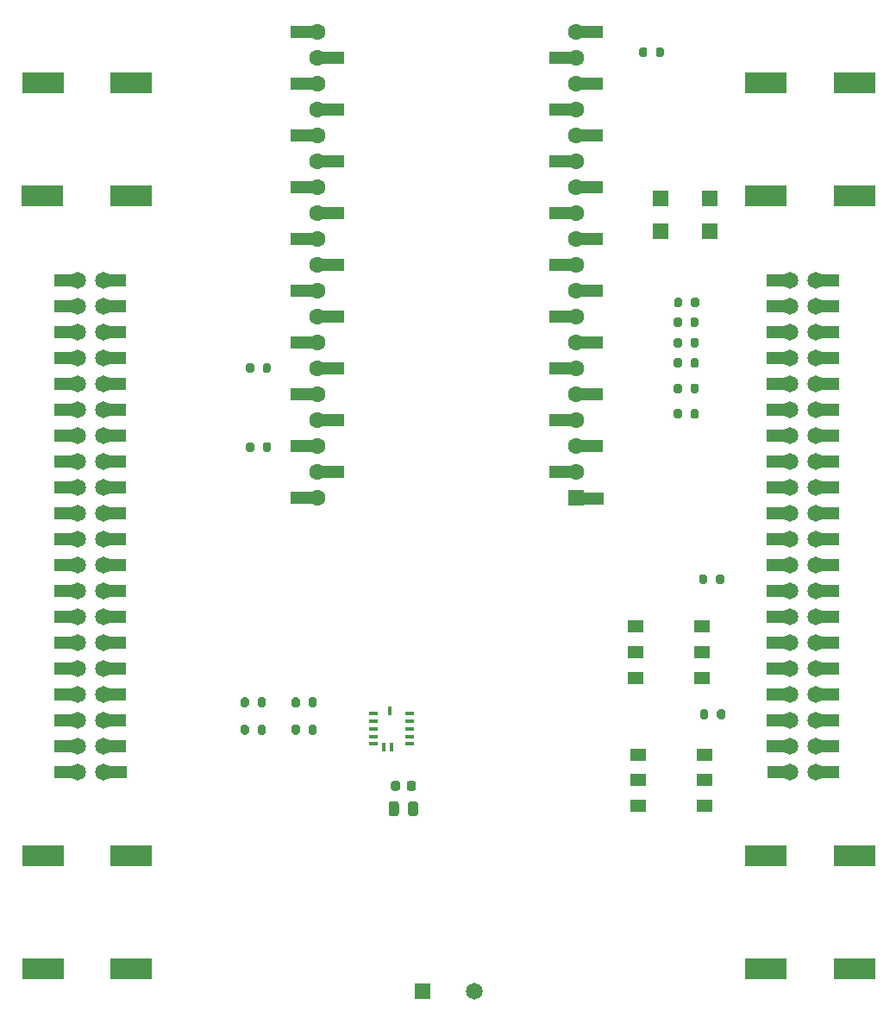
<source format=gbr>
%TF.GenerationSoftware,KiCad,Pcbnew,(5.1.9)-1*%
%TF.CreationDate,2021-12-22T11:22:17-05:00*%
%TF.ProjectId,ESP backpack,45535020-6261-4636-9b70-61636b2e6b69,rev?*%
%TF.SameCoordinates,Original*%
%TF.FileFunction,Soldermask,Top*%
%TF.FilePolarity,Negative*%
%FSLAX46Y46*%
G04 Gerber Fmt 4.6, Leading zero omitted, Abs format (unit mm)*
G04 Created by KiCad (PCBNEW (5.1.9)-1) date 2021-12-22 11:22:17*
%MOMM*%
%LPD*%
G01*
G04 APERTURE LIST*
%ADD10R,4.100000X2.000000*%
%ADD11R,4.099999X2.000000*%
%ADD12C,1.650000*%
%ADD13R,1.650000X1.650000*%
%ADD14R,1.560000X1.560000*%
%ADD15C,1.600000*%
%ADD16R,2.000000X1.200000*%
%ADD17R,2.150000X1.200000*%
%ADD18R,1.500000X1.200000*%
%ADD19R,1.500000X1.500000*%
%ADD20R,1.778000X1.270000*%
%ADD21C,1.651000*%
%ADD22R,0.805000X0.350000*%
%ADD23R,0.400000X0.805000*%
G04 APERTURE END LIST*
D10*
%TO.C,C10*%
X81298800Y-93421200D03*
D11*
X89998800Y-93421200D03*
%TD*%
%TO.C,C9*%
X89998800Y-82346800D03*
D10*
X81298800Y-82346800D03*
%TD*%
%TO.C,C8*%
X19031200Y-93421200D03*
D11*
X10331200Y-93421200D03*
%TD*%
D10*
%TO.C,C7*%
X19031200Y-82346800D03*
D11*
X10331200Y-82346800D03*
%TD*%
D10*
%TO.C,C6*%
X18980400Y-17627600D03*
D11*
X10280400Y-17627600D03*
%TD*%
D10*
%TO.C,C5*%
X19031200Y-6502400D03*
D11*
X10331200Y-6502400D03*
%TD*%
D10*
%TO.C,C4*%
X81298800Y-17627600D03*
D11*
X89998800Y-17627600D03*
%TD*%
D10*
%TO.C,C3*%
X81298800Y-6502400D03*
D11*
X89998800Y-6502400D03*
%TD*%
D12*
%TO.C,5VDC_IN1*%
X52679600Y-95656400D03*
D13*
X47599600Y-95656400D03*
%TD*%
D14*
%TO.C,U1*%
X62700000Y-47260000D03*
D15*
X62700000Y-44720000D03*
X62700000Y-1540000D03*
X62700000Y-42180000D03*
X62700000Y-39640000D03*
X62700000Y-37100000D03*
X62700000Y-34560000D03*
X62700000Y-32020000D03*
X62700000Y-29480000D03*
X62700000Y-26940000D03*
X62700000Y-24400000D03*
X62700000Y-21860000D03*
X62700000Y-19320000D03*
X62700000Y-16780000D03*
X62700000Y-14240000D03*
X62700000Y-11700000D03*
X62700000Y-9160000D03*
X62700000Y-6620000D03*
X62700000Y-4080000D03*
X37300000Y-47260000D03*
X37300000Y-44720000D03*
X37300000Y-42180000D03*
X37300000Y-39640000D03*
X37300000Y-37100000D03*
X37300000Y-34560000D03*
X37300000Y-32020000D03*
X37300000Y-29480000D03*
X37300000Y-26940000D03*
X37300000Y-24400000D03*
X37300000Y-21860000D03*
X37300000Y-19320000D03*
X37300000Y-16780000D03*
X37300000Y-14240000D03*
X37300000Y-11700000D03*
X37300000Y-9160000D03*
X37300000Y-6620000D03*
X37300000Y-4080000D03*
X37300000Y-1540000D03*
D16*
X64400000Y-47300000D03*
D17*
X61100000Y-44725000D03*
X61100000Y-39645000D03*
X61100000Y-34565000D03*
X61100000Y-29485000D03*
X61100000Y-24405000D03*
X61100000Y-19325000D03*
X61100000Y-14245000D03*
X61100000Y-9165000D03*
X61100000Y-4085000D03*
X64300000Y-42175000D03*
X64300000Y-37095000D03*
X64300000Y-32015000D03*
X64300000Y-26935000D03*
X64300000Y-21855000D03*
X64300000Y-16775000D03*
X64300000Y-11695000D03*
X64300000Y-6615000D03*
X64300000Y-1535000D03*
X35700000Y-1550000D03*
X38900000Y-4075000D03*
X38900000Y-9155000D03*
X38900000Y-44715000D03*
X38900000Y-24395000D03*
X35700000Y-6625000D03*
X38900000Y-39635000D03*
X38900000Y-14235000D03*
X38900000Y-19315000D03*
X38900000Y-34555000D03*
X38900000Y-29475000D03*
X35700000Y-26945000D03*
X35700000Y-11705000D03*
X35700000Y-42185000D03*
X35700000Y-21865000D03*
X35700000Y-16785000D03*
X35700000Y-37105000D03*
X35700000Y-47265000D03*
X35700000Y-32025000D03*
%TD*%
D18*
%TO.C,S1*%
X75030400Y-59882400D03*
X75030400Y-62382400D03*
X75030400Y-64882400D03*
X68530400Y-59882400D03*
X68530400Y-62382400D03*
X68530400Y-64882400D03*
%TD*%
D19*
%TO.C,D1*%
X75856000Y-17831000D03*
X75856000Y-21031000D03*
X70956000Y-21031000D03*
X70956000Y-17831000D03*
%TD*%
D20*
%TO.C,J1*%
X12300000Y-74130000D03*
X17700000Y-74130000D03*
D21*
X16270000Y-74130000D03*
X13730000Y-74130000D03*
D20*
X12280000Y-71590000D03*
X17670000Y-71590000D03*
D21*
X16270000Y-71590000D03*
X13730000Y-71590000D03*
D20*
X12280000Y-69050000D03*
X17670000Y-69050000D03*
D21*
X16270000Y-69050000D03*
X13730000Y-69050000D03*
D20*
X12280000Y-66510000D03*
X17670000Y-66510000D03*
D21*
X16270000Y-66510000D03*
X13730000Y-66510000D03*
D20*
X12280000Y-63970000D03*
X17670000Y-63970000D03*
D21*
X16270000Y-63970000D03*
X13730000Y-63970000D03*
D20*
X12280000Y-61430000D03*
X17670000Y-61430000D03*
D21*
X16270000Y-61430000D03*
X13730000Y-61430000D03*
D20*
X12280000Y-58890000D03*
X17670000Y-58890000D03*
D21*
X16270000Y-58890000D03*
X13730000Y-58890000D03*
D20*
X12280000Y-56350000D03*
X17670000Y-56350000D03*
D21*
X16270000Y-56350000D03*
X13730000Y-56350000D03*
D20*
X12280000Y-53810000D03*
X17670000Y-53810000D03*
D21*
X16270000Y-53810000D03*
X13730000Y-53810000D03*
D20*
X12280000Y-51270000D03*
X17670000Y-51270000D03*
D21*
X16270000Y-51270000D03*
X13730000Y-51270000D03*
D20*
X12280000Y-48730000D03*
X17670000Y-48730000D03*
D21*
X16270000Y-48730000D03*
X13730000Y-48730000D03*
D20*
X12280000Y-46190000D03*
X17670000Y-46190000D03*
D21*
X16270000Y-46190000D03*
X13730000Y-46190000D03*
D20*
X12280000Y-43650000D03*
X17670000Y-43650000D03*
D21*
X16270000Y-43650000D03*
X13730000Y-43650000D03*
D20*
X12280000Y-41110000D03*
X17670000Y-41110000D03*
D21*
X16270000Y-41110000D03*
X13730000Y-41110000D03*
D20*
X12280000Y-38570000D03*
X17670000Y-38570000D03*
D21*
X16270000Y-38570000D03*
X13730000Y-38570000D03*
D20*
X12280000Y-36030000D03*
X17670000Y-36030000D03*
D21*
X16270000Y-36030000D03*
X13730000Y-36030000D03*
D20*
X12280000Y-33490000D03*
X17670000Y-33490000D03*
D21*
X16270000Y-33490000D03*
X13730000Y-33490000D03*
D20*
X12280000Y-30950000D03*
X17670000Y-30950000D03*
D21*
X16270000Y-30950000D03*
X13730000Y-30950000D03*
D20*
X12280000Y-28410000D03*
X17670000Y-28410000D03*
D21*
X16270000Y-28410000D03*
X13730000Y-28410000D03*
D20*
X12280000Y-25870000D03*
X17670000Y-25870000D03*
D21*
X16270000Y-25870000D03*
X13730000Y-25870000D03*
%TD*%
%TO.C,J2*%
X83730000Y-25870000D03*
X86270000Y-25870000D03*
D20*
X87670000Y-25870000D03*
X82280000Y-25870000D03*
D21*
X83730000Y-28410000D03*
X86270000Y-28410000D03*
D20*
X87670000Y-28410000D03*
X82280000Y-28410000D03*
D21*
X83730000Y-30950000D03*
X86270000Y-30950000D03*
D20*
X87670000Y-30950000D03*
X82280000Y-30950000D03*
D21*
X83730000Y-33490000D03*
X86270000Y-33490000D03*
D20*
X87670000Y-33490000D03*
X82280000Y-33490000D03*
D21*
X83730000Y-36030000D03*
X86270000Y-36030000D03*
D20*
X87670000Y-36030000D03*
X82280000Y-36030000D03*
D21*
X83730000Y-38570000D03*
X86270000Y-38570000D03*
D20*
X87670000Y-38570000D03*
X82280000Y-38570000D03*
D21*
X83730000Y-41110000D03*
X86270000Y-41110000D03*
D20*
X87670000Y-41110000D03*
X82280000Y-41110000D03*
D21*
X83730000Y-43650000D03*
X86270000Y-43650000D03*
D20*
X87670000Y-43650000D03*
X82280000Y-43650000D03*
D21*
X83730000Y-46190000D03*
X86270000Y-46190000D03*
D20*
X87670000Y-46190000D03*
X82280000Y-46190000D03*
D21*
X83730000Y-48730000D03*
X86270000Y-48730000D03*
D20*
X87670000Y-48730000D03*
X82280000Y-48730000D03*
D21*
X83730000Y-51270000D03*
X86270000Y-51270000D03*
D20*
X87670000Y-51270000D03*
X82280000Y-51270000D03*
D21*
X83730000Y-53810000D03*
X86270000Y-53810000D03*
D20*
X87670000Y-53810000D03*
X82280000Y-53810000D03*
D21*
X83730000Y-56350000D03*
X86270000Y-56350000D03*
D20*
X87670000Y-56350000D03*
X82280000Y-56350000D03*
D21*
X83730000Y-58890000D03*
X86270000Y-58890000D03*
D20*
X87670000Y-58890000D03*
X82280000Y-58890000D03*
D21*
X83730000Y-61430000D03*
X86270000Y-61430000D03*
D20*
X87670000Y-61430000D03*
X82280000Y-61430000D03*
D21*
X83730000Y-63970000D03*
X86270000Y-63970000D03*
D20*
X87670000Y-63970000D03*
X82280000Y-63970000D03*
D21*
X83730000Y-66510000D03*
X86270000Y-66510000D03*
D20*
X87670000Y-66510000D03*
X82280000Y-66510000D03*
D21*
X83730000Y-69050000D03*
X86270000Y-69050000D03*
D20*
X87670000Y-69050000D03*
X82280000Y-69050000D03*
D21*
X83730000Y-71590000D03*
X86270000Y-71590000D03*
D20*
X87670000Y-71590000D03*
X82280000Y-71590000D03*
D21*
X83730000Y-74130000D03*
X86270000Y-74130000D03*
D20*
X87700000Y-74130000D03*
X82300000Y-74130000D03*
%TD*%
%TO.C,C1*%
G36*
G01*
X46975000Y-75250000D02*
X46975000Y-75750000D01*
G75*
G02*
X46750000Y-75975000I-225000J0D01*
G01*
X46300000Y-75975000D01*
G75*
G02*
X46075000Y-75750000I0J225000D01*
G01*
X46075000Y-75250000D01*
G75*
G02*
X46300000Y-75025000I225000J0D01*
G01*
X46750000Y-75025000D01*
G75*
G02*
X46975000Y-75250000I0J-225000D01*
G01*
G37*
G36*
G01*
X45425000Y-75250000D02*
X45425000Y-75750000D01*
G75*
G02*
X45200000Y-75975000I-225000J0D01*
G01*
X44750000Y-75975000D01*
G75*
G02*
X44525000Y-75750000I0J225000D01*
G01*
X44525000Y-75250000D01*
G75*
G02*
X44750000Y-75025000I225000J0D01*
G01*
X45200000Y-75025000D01*
G75*
G02*
X45425000Y-75250000I0J-225000D01*
G01*
G37*
%TD*%
%TO.C,C2*%
G36*
G01*
X47200000Y-77275000D02*
X47200000Y-78225000D01*
G75*
G02*
X46950000Y-78475000I-250000J0D01*
G01*
X46450000Y-78475000D01*
G75*
G02*
X46200000Y-78225000I0J250000D01*
G01*
X46200000Y-77275000D01*
G75*
G02*
X46450000Y-77025000I250000J0D01*
G01*
X46950000Y-77025000D01*
G75*
G02*
X47200000Y-77275000I0J-250000D01*
G01*
G37*
G36*
G01*
X45300000Y-77275000D02*
X45300000Y-78225000D01*
G75*
G02*
X45050000Y-78475000I-250000J0D01*
G01*
X44550000Y-78475000D01*
G75*
G02*
X44300000Y-78225000I0J250000D01*
G01*
X44300000Y-77275000D01*
G75*
G02*
X44550000Y-77025000I250000J0D01*
G01*
X45050000Y-77025000D01*
G75*
G02*
X45300000Y-77275000I0J-250000D01*
G01*
G37*
%TD*%
%TO.C,ExtPower1*%
G36*
G01*
X69675000Y-3225000D02*
X69675000Y-3775000D01*
G75*
G02*
X69475000Y-3975000I-200000J0D01*
G01*
X69075000Y-3975000D01*
G75*
G02*
X68875000Y-3775000I0J200000D01*
G01*
X68875000Y-3225000D01*
G75*
G02*
X69075000Y-3025000I200000J0D01*
G01*
X69475000Y-3025000D01*
G75*
G02*
X69675000Y-3225000I0J-200000D01*
G01*
G37*
G36*
G01*
X71325000Y-3225000D02*
X71325000Y-3775000D01*
G75*
G02*
X71125000Y-3975000I-200000J0D01*
G01*
X70725000Y-3975000D01*
G75*
G02*
X70525000Y-3775000I0J200000D01*
G01*
X70525000Y-3225000D01*
G75*
G02*
X70725000Y-3025000I200000J0D01*
G01*
X71125000Y-3025000D01*
G75*
G02*
X71325000Y-3225000I0J-200000D01*
G01*
G37*
%TD*%
%TO.C,R2*%
G36*
G01*
X32725000Y-41975000D02*
X32725000Y-42525000D01*
G75*
G02*
X32525000Y-42725000I-200000J0D01*
G01*
X32125000Y-42725000D01*
G75*
G02*
X31925000Y-42525000I0J200000D01*
G01*
X31925000Y-41975000D01*
G75*
G02*
X32125000Y-41775000I200000J0D01*
G01*
X32525000Y-41775000D01*
G75*
G02*
X32725000Y-41975000I0J-200000D01*
G01*
G37*
G36*
G01*
X31075000Y-41975000D02*
X31075000Y-42525000D01*
G75*
G02*
X30875000Y-42725000I-200000J0D01*
G01*
X30475000Y-42725000D01*
G75*
G02*
X30275000Y-42525000I0J200000D01*
G01*
X30275000Y-41975000D01*
G75*
G02*
X30475000Y-41775000I200000J0D01*
G01*
X30875000Y-41775000D01*
G75*
G02*
X31075000Y-41975000I0J-200000D01*
G01*
G37*
%TD*%
%TO.C,R7*%
G36*
G01*
X72275000Y-39275000D02*
X72275000Y-38725000D01*
G75*
G02*
X72475000Y-38525000I200000J0D01*
G01*
X72875000Y-38525000D01*
G75*
G02*
X73075000Y-38725000I0J-200000D01*
G01*
X73075000Y-39275000D01*
G75*
G02*
X72875000Y-39475000I-200000J0D01*
G01*
X72475000Y-39475000D01*
G75*
G02*
X72275000Y-39275000I0J200000D01*
G01*
G37*
G36*
G01*
X73925000Y-39275000D02*
X73925000Y-38725000D01*
G75*
G02*
X74125000Y-38525000I200000J0D01*
G01*
X74525000Y-38525000D01*
G75*
G02*
X74725000Y-38725000I0J-200000D01*
G01*
X74725000Y-39275000D01*
G75*
G02*
X74525000Y-39475000I-200000J0D01*
G01*
X74125000Y-39475000D01*
G75*
G02*
X73925000Y-39275000I0J200000D01*
G01*
G37*
%TD*%
%TO.C,R6*%
G36*
G01*
X73925000Y-36775000D02*
X73925000Y-36225000D01*
G75*
G02*
X74125000Y-36025000I200000J0D01*
G01*
X74525000Y-36025000D01*
G75*
G02*
X74725000Y-36225000I0J-200000D01*
G01*
X74725000Y-36775000D01*
G75*
G02*
X74525000Y-36975000I-200000J0D01*
G01*
X74125000Y-36975000D01*
G75*
G02*
X73925000Y-36775000I0J200000D01*
G01*
G37*
G36*
G01*
X72275000Y-36775000D02*
X72275000Y-36225000D01*
G75*
G02*
X72475000Y-36025000I200000J0D01*
G01*
X72875000Y-36025000D01*
G75*
G02*
X73075000Y-36225000I0J-200000D01*
G01*
X73075000Y-36775000D01*
G75*
G02*
X72875000Y-36975000I-200000J0D01*
G01*
X72475000Y-36975000D01*
G75*
G02*
X72275000Y-36775000I0J200000D01*
G01*
G37*
%TD*%
%TO.C,R1*%
G36*
G01*
X31075000Y-34225000D02*
X31075000Y-34775000D01*
G75*
G02*
X30875000Y-34975000I-200000J0D01*
G01*
X30475000Y-34975000D01*
G75*
G02*
X30275000Y-34775000I0J200000D01*
G01*
X30275000Y-34225000D01*
G75*
G02*
X30475000Y-34025000I200000J0D01*
G01*
X30875000Y-34025000D01*
G75*
G02*
X31075000Y-34225000I0J-200000D01*
G01*
G37*
G36*
G01*
X32725000Y-34225000D02*
X32725000Y-34775000D01*
G75*
G02*
X32525000Y-34975000I-200000J0D01*
G01*
X32125000Y-34975000D01*
G75*
G02*
X31925000Y-34775000I0J200000D01*
G01*
X31925000Y-34225000D01*
G75*
G02*
X32125000Y-34025000I200000J0D01*
G01*
X32525000Y-34025000D01*
G75*
G02*
X32725000Y-34225000I0J-200000D01*
G01*
G37*
%TD*%
%TO.C,R5*%
G36*
G01*
X73925000Y-34275000D02*
X73925000Y-33725000D01*
G75*
G02*
X74125000Y-33525000I200000J0D01*
G01*
X74525000Y-33525000D01*
G75*
G02*
X74725000Y-33725000I0J-200000D01*
G01*
X74725000Y-34275000D01*
G75*
G02*
X74525000Y-34475000I-200000J0D01*
G01*
X74125000Y-34475000D01*
G75*
G02*
X73925000Y-34275000I0J200000D01*
G01*
G37*
G36*
G01*
X72275000Y-34275000D02*
X72275000Y-33725000D01*
G75*
G02*
X72475000Y-33525000I200000J0D01*
G01*
X72875000Y-33525000D01*
G75*
G02*
X73075000Y-33725000I0J-200000D01*
G01*
X73075000Y-34275000D01*
G75*
G02*
X72875000Y-34475000I-200000J0D01*
G01*
X72475000Y-34475000D01*
G75*
G02*
X72275000Y-34275000I0J200000D01*
G01*
G37*
%TD*%
%TO.C,R4*%
G36*
G01*
X72275000Y-32275000D02*
X72275000Y-31725000D01*
G75*
G02*
X72475000Y-31525000I200000J0D01*
G01*
X72875000Y-31525000D01*
G75*
G02*
X73075000Y-31725000I0J-200000D01*
G01*
X73075000Y-32275000D01*
G75*
G02*
X72875000Y-32475000I-200000J0D01*
G01*
X72475000Y-32475000D01*
G75*
G02*
X72275000Y-32275000I0J200000D01*
G01*
G37*
G36*
G01*
X73925000Y-32275000D02*
X73925000Y-31725000D01*
G75*
G02*
X74125000Y-31525000I200000J0D01*
G01*
X74525000Y-31525000D01*
G75*
G02*
X74725000Y-31725000I0J-200000D01*
G01*
X74725000Y-32275000D01*
G75*
G02*
X74525000Y-32475000I-200000J0D01*
G01*
X74125000Y-32475000D01*
G75*
G02*
X73925000Y-32275000I0J200000D01*
G01*
G37*
%TD*%
%TO.C,R3*%
G36*
G01*
X72275000Y-30275000D02*
X72275000Y-29725000D01*
G75*
G02*
X72475000Y-29525000I200000J0D01*
G01*
X72875000Y-29525000D01*
G75*
G02*
X73075000Y-29725000I0J-200000D01*
G01*
X73075000Y-30275000D01*
G75*
G02*
X72875000Y-30475000I-200000J0D01*
G01*
X72475000Y-30475000D01*
G75*
G02*
X72275000Y-30275000I0J200000D01*
G01*
G37*
G36*
G01*
X73925000Y-30275000D02*
X73925000Y-29725000D01*
G75*
G02*
X74125000Y-29525000I200000J0D01*
G01*
X74525000Y-29525000D01*
G75*
G02*
X74725000Y-29725000I0J-200000D01*
G01*
X74725000Y-30275000D01*
G75*
G02*
X74525000Y-30475000I-200000J0D01*
G01*
X74125000Y-30475000D01*
G75*
G02*
X73925000Y-30275000I0J200000D01*
G01*
G37*
%TD*%
%TO.C,SCL1*%
G36*
G01*
X36425000Y-67575000D02*
X36425000Y-67025000D01*
G75*
G02*
X36625000Y-66825000I200000J0D01*
G01*
X37025000Y-66825000D01*
G75*
G02*
X37225000Y-67025000I0J-200000D01*
G01*
X37225000Y-67575000D01*
G75*
G02*
X37025000Y-67775000I-200000J0D01*
G01*
X36625000Y-67775000D01*
G75*
G02*
X36425000Y-67575000I0J200000D01*
G01*
G37*
G36*
G01*
X34775000Y-67575000D02*
X34775000Y-67025000D01*
G75*
G02*
X34975000Y-66825000I200000J0D01*
G01*
X35375000Y-66825000D01*
G75*
G02*
X35575000Y-67025000I0J-200000D01*
G01*
X35575000Y-67575000D01*
G75*
G02*
X35375000Y-67775000I-200000J0D01*
G01*
X34975000Y-67775000D01*
G75*
G02*
X34775000Y-67575000I0J200000D01*
G01*
G37*
%TD*%
%TO.C,SCL_EXT1*%
G36*
G01*
X31425000Y-67575000D02*
X31425000Y-67025000D01*
G75*
G02*
X31625000Y-66825000I200000J0D01*
G01*
X32025000Y-66825000D01*
G75*
G02*
X32225000Y-67025000I0J-200000D01*
G01*
X32225000Y-67575000D01*
G75*
G02*
X32025000Y-67775000I-200000J0D01*
G01*
X31625000Y-67775000D01*
G75*
G02*
X31425000Y-67575000I0J200000D01*
G01*
G37*
G36*
G01*
X29775000Y-67575000D02*
X29775000Y-67025000D01*
G75*
G02*
X29975000Y-66825000I200000J0D01*
G01*
X30375000Y-66825000D01*
G75*
G02*
X30575000Y-67025000I0J-200000D01*
G01*
X30575000Y-67575000D01*
G75*
G02*
X30375000Y-67775000I-200000J0D01*
G01*
X29975000Y-67775000D01*
G75*
G02*
X29775000Y-67575000I0J200000D01*
G01*
G37*
%TD*%
%TO.C,SDA1*%
G36*
G01*
X34775000Y-70275000D02*
X34775000Y-69725000D01*
G75*
G02*
X34975000Y-69525000I200000J0D01*
G01*
X35375000Y-69525000D01*
G75*
G02*
X35575000Y-69725000I0J-200000D01*
G01*
X35575000Y-70275000D01*
G75*
G02*
X35375000Y-70475000I-200000J0D01*
G01*
X34975000Y-70475000D01*
G75*
G02*
X34775000Y-70275000I0J200000D01*
G01*
G37*
G36*
G01*
X36425000Y-70275000D02*
X36425000Y-69725000D01*
G75*
G02*
X36625000Y-69525000I200000J0D01*
G01*
X37025000Y-69525000D01*
G75*
G02*
X37225000Y-69725000I0J-200000D01*
G01*
X37225000Y-70275000D01*
G75*
G02*
X37025000Y-70475000I-200000J0D01*
G01*
X36625000Y-70475000D01*
G75*
G02*
X36425000Y-70275000I0J200000D01*
G01*
G37*
%TD*%
%TO.C,SDA_EXT1*%
G36*
G01*
X29775000Y-70275000D02*
X29775000Y-69725000D01*
G75*
G02*
X29975000Y-69525000I200000J0D01*
G01*
X30375000Y-69525000D01*
G75*
G02*
X30575000Y-69725000I0J-200000D01*
G01*
X30575000Y-70275000D01*
G75*
G02*
X30375000Y-70475000I-200000J0D01*
G01*
X29975000Y-70475000D01*
G75*
G02*
X29775000Y-70275000I0J200000D01*
G01*
G37*
G36*
G01*
X31425000Y-70275000D02*
X31425000Y-69725000D01*
G75*
G02*
X31625000Y-69525000I200000J0D01*
G01*
X32025000Y-69525000D01*
G75*
G02*
X32225000Y-69725000I0J-200000D01*
G01*
X32225000Y-70275000D01*
G75*
G02*
X32025000Y-70475000I-200000J0D01*
G01*
X31625000Y-70475000D01*
G75*
G02*
X31425000Y-70275000I0J200000D01*
G01*
G37*
%TD*%
D22*
%TO.C,U2*%
X42832500Y-68400000D03*
X42832500Y-69900000D03*
X42832500Y-69150000D03*
X42832500Y-70650000D03*
X42832500Y-71400000D03*
X46372500Y-68400000D03*
X46372500Y-69150000D03*
X46372500Y-69900000D03*
X46372500Y-70650000D03*
X46372500Y-71400000D03*
D23*
X44425000Y-68127500D03*
X44600000Y-71672500D03*
X43800000Y-71672500D03*
%TD*%
%TO.C,R8*%
G36*
G01*
X74771800Y-55494600D02*
X74771800Y-54944600D01*
G75*
G02*
X74971800Y-54744600I200000J0D01*
G01*
X75371800Y-54744600D01*
G75*
G02*
X75571800Y-54944600I0J-200000D01*
G01*
X75571800Y-55494600D01*
G75*
G02*
X75371800Y-55694600I-200000J0D01*
G01*
X74971800Y-55694600D01*
G75*
G02*
X74771800Y-55494600I0J200000D01*
G01*
G37*
G36*
G01*
X76421800Y-55494600D02*
X76421800Y-54944600D01*
G75*
G02*
X76621800Y-54744600I200000J0D01*
G01*
X77021800Y-54744600D01*
G75*
G02*
X77221800Y-54944600I0J-200000D01*
G01*
X77221800Y-55494600D01*
G75*
G02*
X77021800Y-55694600I-200000J0D01*
G01*
X76621800Y-55694600D01*
G75*
G02*
X76421800Y-55494600I0J200000D01*
G01*
G37*
%TD*%
%TO.C,R9*%
G36*
G01*
X76523400Y-68753400D02*
X76523400Y-68203400D01*
G75*
G02*
X76723400Y-68003400I200000J0D01*
G01*
X77123400Y-68003400D01*
G75*
G02*
X77323400Y-68203400I0J-200000D01*
G01*
X77323400Y-68753400D01*
G75*
G02*
X77123400Y-68953400I-200000J0D01*
G01*
X76723400Y-68953400D01*
G75*
G02*
X76523400Y-68753400I0J200000D01*
G01*
G37*
G36*
G01*
X74873400Y-68753400D02*
X74873400Y-68203400D01*
G75*
G02*
X75073400Y-68003400I200000J0D01*
G01*
X75473400Y-68003400D01*
G75*
G02*
X75673400Y-68203400I0J-200000D01*
G01*
X75673400Y-68753400D01*
G75*
G02*
X75473400Y-68953400I-200000J0D01*
G01*
X75073400Y-68953400D01*
G75*
G02*
X74873400Y-68753400I0J200000D01*
G01*
G37*
%TD*%
%TO.C,R10*%
G36*
G01*
X72308000Y-28342000D02*
X72308000Y-27792000D01*
G75*
G02*
X72508000Y-27592000I200000J0D01*
G01*
X72908000Y-27592000D01*
G75*
G02*
X73108000Y-27792000I0J-200000D01*
G01*
X73108000Y-28342000D01*
G75*
G02*
X72908000Y-28542000I-200000J0D01*
G01*
X72508000Y-28542000D01*
G75*
G02*
X72308000Y-28342000I0J200000D01*
G01*
G37*
G36*
G01*
X73958000Y-28342000D02*
X73958000Y-27792000D01*
G75*
G02*
X74158000Y-27592000I200000J0D01*
G01*
X74558000Y-27592000D01*
G75*
G02*
X74758000Y-27792000I0J-200000D01*
G01*
X74758000Y-28342000D01*
G75*
G02*
X74558000Y-28542000I-200000J0D01*
G01*
X74158000Y-28542000D01*
G75*
G02*
X73958000Y-28342000I0J200000D01*
G01*
G37*
%TD*%
D18*
%TO.C,S2*%
X75284400Y-72455400D03*
X75284400Y-74955400D03*
X75284400Y-77455400D03*
X68784400Y-72455400D03*
X68784400Y-74955400D03*
X68784400Y-77455400D03*
%TD*%
M02*

</source>
